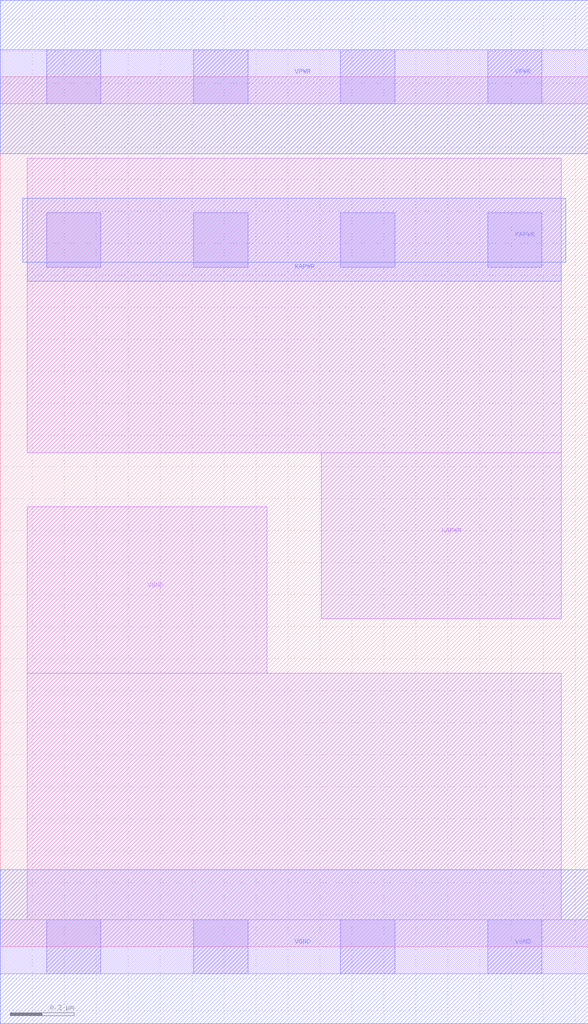
<source format=lef>
# Copyright 2020 The SkyWater PDK Authors
#
# Licensed under the Apache License, Version 2.0 (the "License");
# you may not use this file except in compliance with the License.
# You may obtain a copy of the License at
#
#     https://www.apache.org/licenses/LICENSE-2.0
#
# Unless required by applicable law or agreed to in writing, software
# distributed under the License is distributed on an "AS IS" BASIS,
# WITHOUT WARRANTIES OR CONDITIONS OF ANY KIND, either express or implied.
# See the License for the specific language governing permissions and
# limitations under the License.
#
# SPDX-License-Identifier: Apache-2.0

VERSION 5.7 ;
  NAMESCASESENSITIVE ON ;
  NOWIREEXTENSIONATPIN ON ;
  DIVIDERCHAR "/" ;
  BUSBITCHARS "[]" ;
UNITS
  DATABASE MICRONS 200 ;
END UNITS
MACRO sky130_fd_sc_hd__lpflow_decapkapwr_4
  CLASS CORE ;
  SOURCE USER ;
  FOREIGN sky130_fd_sc_hd__lpflow_decapkapwr_4 ;
  ORIGIN  0.000000  0.000000 ;
  SIZE  1.840000 BY  2.720000 ;
  SYMMETRY X Y R90 ;
  SITE unithd ;
  PIN KAPWR
    DIRECTION INOUT ;
    SHAPE ABUTMENT ;
    USE POWER ;
    PORT
      LAYER li1 ;
        RECT 0.085000 1.545000 1.755000 2.465000 ;
        RECT 1.005000 1.025000 1.755000 1.545000 ;
      LAYER mcon ;
        RECT 0.145000 2.125000 0.315000 2.295000 ;
        RECT 0.605000 2.125000 0.775000 2.295000 ;
        RECT 1.065000 2.125000 1.235000 2.295000 ;
        RECT 1.525000 2.125000 1.695000 2.295000 ;
      LAYER met1 ;
        RECT 0.070000 2.140000 1.770000 2.340000 ;
        RECT 0.085000 2.080000 1.755000 2.140000 ;
    END
  END KAPWR
  PIN VGND
    DIRECTION INOUT ;
    SHAPE ABUTMENT ;
    USE GROUND ;
    PORT
      LAYER li1 ;
        RECT 0.000000 -0.085000 1.840000 0.085000 ;
        RECT 0.085000  0.085000 1.755000 0.855000 ;
        RECT 0.085000  0.855000 0.835000 1.375000 ;
      LAYER mcon ;
        RECT 0.145000 -0.085000 0.315000 0.085000 ;
        RECT 0.605000 -0.085000 0.775000 0.085000 ;
        RECT 1.065000 -0.085000 1.235000 0.085000 ;
        RECT 1.525000 -0.085000 1.695000 0.085000 ;
      LAYER met1 ;
        RECT 0.000000 -0.240000 1.840000 0.240000 ;
    END
  END VGND
  PIN VPWR
    DIRECTION INOUT ;
    SHAPE ABUTMENT ;
    USE POWER ;
    PORT
      LAYER li1 ;
        RECT 0.000000 2.635000 1.840000 2.805000 ;
      LAYER mcon ;
        RECT 0.145000 2.635000 0.315000 2.805000 ;
        RECT 0.605000 2.635000 0.775000 2.805000 ;
        RECT 1.065000 2.635000 1.235000 2.805000 ;
        RECT 1.525000 2.635000 1.695000 2.805000 ;
      LAYER met1 ;
        RECT 0.000000 2.480000 1.840000 2.960000 ;
    END
  END VPWR
END sky130_fd_sc_hd__lpflow_decapkapwr_4
END LIBRARY

</source>
